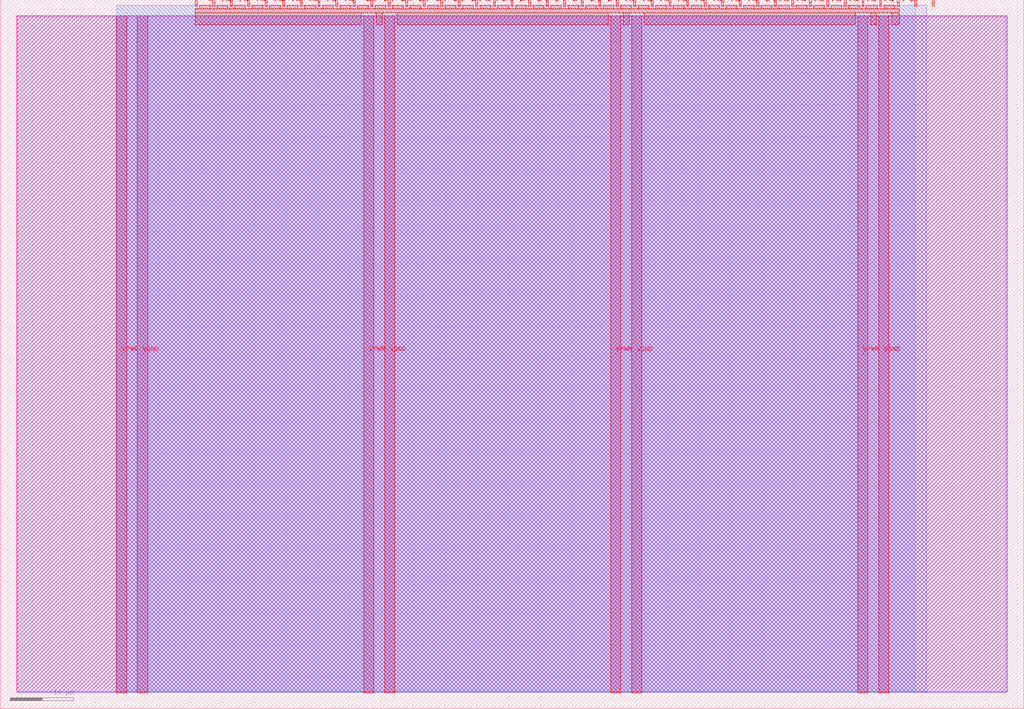
<source format=lef>
VERSION 5.7 ;
  NOWIREEXTENSIONATPIN ON ;
  DIVIDERCHAR "/" ;
  BUSBITCHARS "[]" ;
MACRO tt_um_wokwi_446362347802682369
  CLASS BLOCK ;
  FOREIGN tt_um_wokwi_446362347802682369 ;
  ORIGIN 0.000 0.000 ;
  SIZE 161.000 BY 111.520 ;
  PIN VGND
    DIRECTION INOUT ;
    USE GROUND ;
    PORT
      LAYER met4 ;
        RECT 21.580 2.480 23.180 109.040 ;
    END
    PORT
      LAYER met4 ;
        RECT 60.450 2.480 62.050 109.040 ;
    END
    PORT
      LAYER met4 ;
        RECT 99.320 2.480 100.920 109.040 ;
    END
    PORT
      LAYER met4 ;
        RECT 138.190 2.480 139.790 109.040 ;
    END
  END VGND
  PIN VPWR
    DIRECTION INOUT ;
    USE POWER ;
    PORT
      LAYER met4 ;
        RECT 18.280 2.480 19.880 109.040 ;
    END
    PORT
      LAYER met4 ;
        RECT 57.150 2.480 58.750 109.040 ;
    END
    PORT
      LAYER met4 ;
        RECT 96.020 2.480 97.620 109.040 ;
    END
    PORT
      LAYER met4 ;
        RECT 134.890 2.480 136.490 109.040 ;
    END
  END VPWR
  PIN clk
    DIRECTION INPUT ;
    USE SIGNAL ;
    PORT
      LAYER met4 ;
        RECT 143.830 110.520 144.130 111.520 ;
    END
  END clk
  PIN ena
    DIRECTION INPUT ;
    USE SIGNAL ;
    PORT
      LAYER met4 ;
        RECT 146.590 110.520 146.890 111.520 ;
    END
  END ena
  PIN rst_n
    DIRECTION INPUT ;
    USE SIGNAL ;
    ANTENNAGATEAREA 0.196500 ;
    PORT
      LAYER met4 ;
        RECT 141.070 110.520 141.370 111.520 ;
    END
  END rst_n
  PIN ui_in[0]
    DIRECTION INPUT ;
    USE SIGNAL ;
    ANTENNAGATEAREA 0.196500 ;
    PORT
      LAYER met4 ;
        RECT 138.310 110.520 138.610 111.520 ;
    END
  END ui_in[0]
  PIN ui_in[1]
    DIRECTION INPUT ;
    USE SIGNAL ;
    ANTENNAGATEAREA 0.196500 ;
    PORT
      LAYER met4 ;
        RECT 135.550 110.520 135.850 111.520 ;
    END
  END ui_in[1]
  PIN ui_in[2]
    DIRECTION INPUT ;
    USE SIGNAL ;
    ANTENNAGATEAREA 0.196500 ;
    PORT
      LAYER met4 ;
        RECT 132.790 110.520 133.090 111.520 ;
    END
  END ui_in[2]
  PIN ui_in[3]
    DIRECTION INPUT ;
    USE SIGNAL ;
    ANTENNAGATEAREA 0.196500 ;
    PORT
      LAYER met4 ;
        RECT 130.030 110.520 130.330 111.520 ;
    END
  END ui_in[3]
  PIN ui_in[4]
    DIRECTION INPUT ;
    USE SIGNAL ;
    ANTENNAGATEAREA 0.196500 ;
    PORT
      LAYER met4 ;
        RECT 127.270 110.520 127.570 111.520 ;
    END
  END ui_in[4]
  PIN ui_in[5]
    DIRECTION INPUT ;
    USE SIGNAL ;
    ANTENNAGATEAREA 0.126000 ;
    PORT
      LAYER met4 ;
        RECT 124.510 110.520 124.810 111.520 ;
    END
  END ui_in[5]
  PIN ui_in[6]
    DIRECTION INPUT ;
    USE SIGNAL ;
    ANTENNAGATEAREA 0.196500 ;
    PORT
      LAYER met4 ;
        RECT 121.750 110.520 122.050 111.520 ;
    END
  END ui_in[6]
  PIN ui_in[7]
    DIRECTION INPUT ;
    USE SIGNAL ;
    ANTENNAGATEAREA 0.126000 ;
    PORT
      LAYER met4 ;
        RECT 118.990 110.520 119.290 111.520 ;
    END
  END ui_in[7]
  PIN uio_in[0]
    DIRECTION INPUT ;
    USE SIGNAL ;
    PORT
      LAYER met4 ;
        RECT 116.230 110.520 116.530 111.520 ;
    END
  END uio_in[0]
  PIN uio_in[1]
    DIRECTION INPUT ;
    USE SIGNAL ;
    PORT
      LAYER met4 ;
        RECT 113.470 110.520 113.770 111.520 ;
    END
  END uio_in[1]
  PIN uio_in[2]
    DIRECTION INPUT ;
    USE SIGNAL ;
    PORT
      LAYER met4 ;
        RECT 110.710 110.520 111.010 111.520 ;
    END
  END uio_in[2]
  PIN uio_in[3]
    DIRECTION INPUT ;
    USE SIGNAL ;
    PORT
      LAYER met4 ;
        RECT 107.950 110.520 108.250 111.520 ;
    END
  END uio_in[3]
  PIN uio_in[4]
    DIRECTION INPUT ;
    USE SIGNAL ;
    PORT
      LAYER met4 ;
        RECT 105.190 110.520 105.490 111.520 ;
    END
  END uio_in[4]
  PIN uio_in[5]
    DIRECTION INPUT ;
    USE SIGNAL ;
    PORT
      LAYER met4 ;
        RECT 102.430 110.520 102.730 111.520 ;
    END
  END uio_in[5]
  PIN uio_in[6]
    DIRECTION INPUT ;
    USE SIGNAL ;
    PORT
      LAYER met4 ;
        RECT 99.670 110.520 99.970 111.520 ;
    END
  END uio_in[6]
  PIN uio_in[7]
    DIRECTION INPUT ;
    USE SIGNAL ;
    PORT
      LAYER met4 ;
        RECT 96.910 110.520 97.210 111.520 ;
    END
  END uio_in[7]
  PIN uio_oe[0]
    DIRECTION OUTPUT ;
    USE SIGNAL ;
    PORT
      LAYER met4 ;
        RECT 49.990 110.520 50.290 111.520 ;
    END
  END uio_oe[0]
  PIN uio_oe[1]
    DIRECTION OUTPUT ;
    USE SIGNAL ;
    PORT
      LAYER met4 ;
        RECT 47.230 110.520 47.530 111.520 ;
    END
  END uio_oe[1]
  PIN uio_oe[2]
    DIRECTION OUTPUT ;
    USE SIGNAL ;
    PORT
      LAYER met4 ;
        RECT 44.470 110.520 44.770 111.520 ;
    END
  END uio_oe[2]
  PIN uio_oe[3]
    DIRECTION OUTPUT ;
    USE SIGNAL ;
    PORT
      LAYER met4 ;
        RECT 41.710 110.520 42.010 111.520 ;
    END
  END uio_oe[3]
  PIN uio_oe[4]
    DIRECTION OUTPUT ;
    USE SIGNAL ;
    PORT
      LAYER met4 ;
        RECT 38.950 110.520 39.250 111.520 ;
    END
  END uio_oe[4]
  PIN uio_oe[5]
    DIRECTION OUTPUT ;
    USE SIGNAL ;
    PORT
      LAYER met4 ;
        RECT 36.190 110.520 36.490 111.520 ;
    END
  END uio_oe[5]
  PIN uio_oe[6]
    DIRECTION OUTPUT ;
    USE SIGNAL ;
    PORT
      LAYER met4 ;
        RECT 33.430 110.520 33.730 111.520 ;
    END
  END uio_oe[6]
  PIN uio_oe[7]
    DIRECTION OUTPUT ;
    USE SIGNAL ;
    PORT
      LAYER met4 ;
        RECT 30.670 110.520 30.970 111.520 ;
    END
  END uio_oe[7]
  PIN uio_out[0]
    DIRECTION OUTPUT ;
    USE SIGNAL ;
    PORT
      LAYER met4 ;
        RECT 72.070 110.520 72.370 111.520 ;
    END
  END uio_out[0]
  PIN uio_out[1]
    DIRECTION OUTPUT ;
    USE SIGNAL ;
    PORT
      LAYER met4 ;
        RECT 69.310 110.520 69.610 111.520 ;
    END
  END uio_out[1]
  PIN uio_out[2]
    DIRECTION OUTPUT ;
    USE SIGNAL ;
    PORT
      LAYER met4 ;
        RECT 66.550 110.520 66.850 111.520 ;
    END
  END uio_out[2]
  PIN uio_out[3]
    DIRECTION OUTPUT ;
    USE SIGNAL ;
    PORT
      LAYER met4 ;
        RECT 63.790 110.520 64.090 111.520 ;
    END
  END uio_out[3]
  PIN uio_out[4]
    DIRECTION OUTPUT ;
    USE SIGNAL ;
    PORT
      LAYER met4 ;
        RECT 61.030 110.520 61.330 111.520 ;
    END
  END uio_out[4]
  PIN uio_out[5]
    DIRECTION OUTPUT ;
    USE SIGNAL ;
    PORT
      LAYER met4 ;
        RECT 58.270 110.520 58.570 111.520 ;
    END
  END uio_out[5]
  PIN uio_out[6]
    DIRECTION OUTPUT ;
    USE SIGNAL ;
    PORT
      LAYER met4 ;
        RECT 55.510 110.520 55.810 111.520 ;
    END
  END uio_out[6]
  PIN uio_out[7]
    DIRECTION OUTPUT ;
    USE SIGNAL ;
    PORT
      LAYER met4 ;
        RECT 52.750 110.520 53.050 111.520 ;
    END
  END uio_out[7]
  PIN uo_out[0]
    DIRECTION OUTPUT ;
    USE SIGNAL ;
    ANTENNADIFFAREA 0.445500 ;
    PORT
      LAYER met4 ;
        RECT 94.150 110.520 94.450 111.520 ;
    END
  END uo_out[0]
  PIN uo_out[1]
    DIRECTION OUTPUT ;
    USE SIGNAL ;
    ANTENNADIFFAREA 0.445500 ;
    PORT
      LAYER met4 ;
        RECT 91.390 110.520 91.690 111.520 ;
    END
  END uo_out[1]
  PIN uo_out[2]
    DIRECTION OUTPUT ;
    USE SIGNAL ;
    ANTENNADIFFAREA 0.445500 ;
    PORT
      LAYER met4 ;
        RECT 88.630 110.520 88.930 111.520 ;
    END
  END uo_out[2]
  PIN uo_out[3]
    DIRECTION OUTPUT ;
    USE SIGNAL ;
    ANTENNADIFFAREA 0.445500 ;
    PORT
      LAYER met4 ;
        RECT 85.870 110.520 86.170 111.520 ;
    END
  END uo_out[3]
  PIN uo_out[4]
    DIRECTION OUTPUT ;
    USE SIGNAL ;
    ANTENNADIFFAREA 0.445500 ;
    PORT
      LAYER met4 ;
        RECT 83.110 110.520 83.410 111.520 ;
    END
  END uo_out[4]
  PIN uo_out[5]
    DIRECTION OUTPUT ;
    USE SIGNAL ;
    ANTENNADIFFAREA 0.445500 ;
    PORT
      LAYER met4 ;
        RECT 80.350 110.520 80.650 111.520 ;
    END
  END uo_out[5]
  PIN uo_out[6]
    DIRECTION OUTPUT ;
    USE SIGNAL ;
    ANTENNADIFFAREA 0.445500 ;
    PORT
      LAYER met4 ;
        RECT 77.590 110.520 77.890 111.520 ;
    END
  END uo_out[6]
  PIN uo_out[7]
    DIRECTION OUTPUT ;
    USE SIGNAL ;
    ANTENNADIFFAREA 0.445500 ;
    PORT
      LAYER met4 ;
        RECT 74.830 110.520 75.130 111.520 ;
    END
  END uo_out[7]
  OBS
      LAYER nwell ;
        RECT 2.570 2.635 158.430 108.990 ;
      LAYER li1 ;
        RECT 2.760 2.635 158.240 108.885 ;
      LAYER met1 ;
        RECT 2.760 2.480 158.240 109.040 ;
      LAYER met2 ;
        RECT 18.310 2.535 145.720 110.685 ;
      LAYER met3 ;
        RECT 18.290 2.555 143.915 110.665 ;
      LAYER met4 ;
        RECT 31.370 110.120 33.030 110.665 ;
        RECT 34.130 110.120 35.790 110.665 ;
        RECT 36.890 110.120 38.550 110.665 ;
        RECT 39.650 110.120 41.310 110.665 ;
        RECT 42.410 110.120 44.070 110.665 ;
        RECT 45.170 110.120 46.830 110.665 ;
        RECT 47.930 110.120 49.590 110.665 ;
        RECT 50.690 110.120 52.350 110.665 ;
        RECT 53.450 110.120 55.110 110.665 ;
        RECT 56.210 110.120 57.870 110.665 ;
        RECT 58.970 110.120 60.630 110.665 ;
        RECT 61.730 110.120 63.390 110.665 ;
        RECT 64.490 110.120 66.150 110.665 ;
        RECT 67.250 110.120 68.910 110.665 ;
        RECT 70.010 110.120 71.670 110.665 ;
        RECT 72.770 110.120 74.430 110.665 ;
        RECT 75.530 110.120 77.190 110.665 ;
        RECT 78.290 110.120 79.950 110.665 ;
        RECT 81.050 110.120 82.710 110.665 ;
        RECT 83.810 110.120 85.470 110.665 ;
        RECT 86.570 110.120 88.230 110.665 ;
        RECT 89.330 110.120 90.990 110.665 ;
        RECT 92.090 110.120 93.750 110.665 ;
        RECT 94.850 110.120 96.510 110.665 ;
        RECT 97.610 110.120 99.270 110.665 ;
        RECT 100.370 110.120 102.030 110.665 ;
        RECT 103.130 110.120 104.790 110.665 ;
        RECT 105.890 110.120 107.550 110.665 ;
        RECT 108.650 110.120 110.310 110.665 ;
        RECT 111.410 110.120 113.070 110.665 ;
        RECT 114.170 110.120 115.830 110.665 ;
        RECT 116.930 110.120 118.590 110.665 ;
        RECT 119.690 110.120 121.350 110.665 ;
        RECT 122.450 110.120 124.110 110.665 ;
        RECT 125.210 110.120 126.870 110.665 ;
        RECT 127.970 110.120 129.630 110.665 ;
        RECT 130.730 110.120 132.390 110.665 ;
        RECT 133.490 110.120 135.150 110.665 ;
        RECT 136.250 110.120 137.910 110.665 ;
        RECT 139.010 110.120 140.670 110.665 ;
        RECT 30.655 109.440 141.385 110.120 ;
        RECT 30.655 107.615 56.750 109.440 ;
        RECT 59.150 107.615 60.050 109.440 ;
        RECT 62.450 107.615 95.620 109.440 ;
        RECT 98.020 107.615 98.920 109.440 ;
        RECT 101.320 107.615 134.490 109.440 ;
        RECT 136.890 107.615 137.790 109.440 ;
        RECT 140.190 107.615 141.385 109.440 ;
  END
END tt_um_wokwi_446362347802682369
END LIBRARY


</source>
